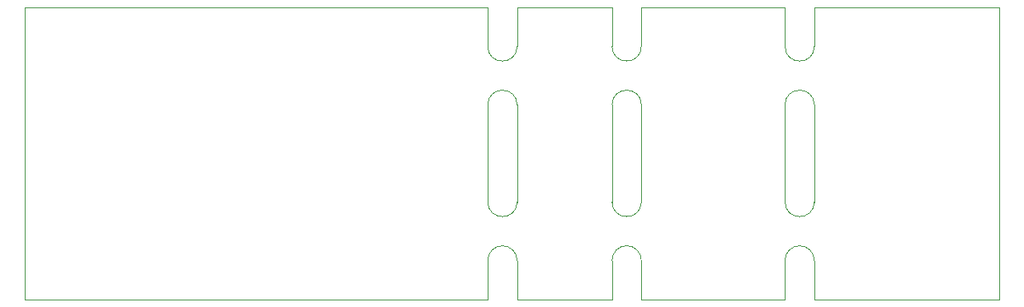
<source format=gbr>
%TF.GenerationSoftware,KiCad,Pcbnew,8.0.7*%
%TF.CreationDate,2025-04-01T17:50:48+03:00*%
%TF.ProjectId,RibbonExtentionCard,52696262-6f6e-4457-9874-656e74696f6e,rev?*%
%TF.SameCoordinates,Original*%
%TF.FileFunction,Profile,NP*%
%FSLAX46Y46*%
G04 Gerber Fmt 4.6, Leading zero omitted, Abs format (unit mm)*
G04 Created by KiCad (PCBNEW 8.0.7) date 2025-04-01 17:50:48*
%MOMM*%
%LPD*%
G01*
G04 APERTURE LIST*
%TA.AperFunction,Profile*%
%ADD10C,0.100000*%
%TD*%
%TA.AperFunction,Profile*%
%ADD11C,0.050000*%
%TD*%
G04 APERTURE END LIST*
D10*
X161000000Y-58000000D02*
X146250000Y-58000000D01*
X143250000Y-78012000D02*
X143250000Y-67988000D01*
X146249999Y-78012000D02*
G75*
G02*
X143250001Y-78012000I-1499999J12000D01*
G01*
X161000001Y-84024000D02*
G75*
G02*
X163999999Y-84024000I1499999J24000D01*
G01*
X161000000Y-62000000D02*
X161000000Y-58000000D01*
X130500000Y-68000000D02*
G75*
G02*
X133500000Y-68000000I1500000J0D01*
G01*
X146250000Y-62000000D02*
G75*
G02*
X143250000Y-62000000I-1500000J0D01*
G01*
X143250000Y-58000000D02*
X133500000Y-58000000D01*
X143250000Y-62000000D02*
X143250000Y-58000000D01*
X183000000Y-58000000D02*
X164000000Y-58000000D01*
X130500000Y-58000000D02*
X83000000Y-58000000D01*
X161000001Y-67988000D02*
G75*
G02*
X163999999Y-67988000I1499999J-12000D01*
G01*
X164000000Y-62000000D02*
X164000000Y-58000000D01*
X130500000Y-62000000D02*
X130500000Y-58000000D01*
X146250000Y-67988000D02*
X146250000Y-78012000D01*
X130500000Y-78024000D02*
X130500000Y-68000000D01*
X143250001Y-84024000D02*
G75*
G02*
X146249999Y-84024000I1499999J24000D01*
G01*
X161000000Y-84024000D02*
X161000000Y-88000000D01*
X146250000Y-84024000D02*
X146250000Y-88000000D01*
X183000000Y-88000000D02*
X183000000Y-58000000D01*
X164000000Y-84024000D02*
X164000000Y-88000000D01*
D11*
X163999999Y-78012000D02*
G75*
G02*
X161000001Y-78012000I-1499999J12000D01*
G01*
D10*
X133500000Y-84024000D02*
X133500000Y-88000000D01*
X133500000Y-68000000D02*
X133500000Y-78024000D01*
X133500000Y-88000000D02*
X143250000Y-88000000D01*
X143250000Y-84024000D02*
X143250000Y-88000000D01*
X133500000Y-62000000D02*
G75*
G02*
X130500000Y-62000000I-1500000J0D01*
G01*
X130500001Y-84024000D02*
G75*
G02*
X133499999Y-84024000I1499999J24000D01*
G01*
X146250000Y-88000000D02*
X161000000Y-88000000D01*
X164000000Y-62000000D02*
G75*
G02*
X161000000Y-62000000I-1500000J0D01*
G01*
X133500000Y-62000000D02*
X133500000Y-58000000D01*
X83000000Y-88000000D02*
X130500000Y-88000000D01*
X133499999Y-78024000D02*
G75*
G02*
X130500001Y-78024000I-1499999J24000D01*
G01*
X130500000Y-84024000D02*
X130500000Y-88000000D01*
X164000000Y-88000000D02*
X183000000Y-88000000D01*
D11*
X143250001Y-67988000D02*
G75*
G02*
X146249999Y-67988000I1499999J-12000D01*
G01*
D10*
X146250000Y-62000000D02*
X146250000Y-58000000D01*
X161000000Y-78012000D02*
X161000000Y-67988000D01*
X83000000Y-58000000D02*
X83000000Y-88000000D01*
X164000000Y-67988000D02*
X164000000Y-78012000D01*
M02*

</source>
